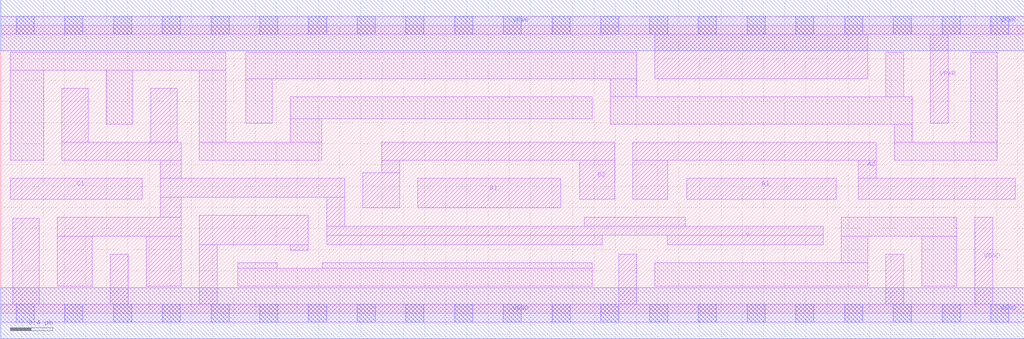
<source format=lef>
# Copyright 2020 The SkyWater PDK Authors
#
# Licensed under the Apache License, Version 2.0 (the "License");
# you may not use this file except in compliance with the License.
# You may obtain a copy of the License at
#
#     https://www.apache.org/licenses/LICENSE-2.0
#
# Unless required by applicable law or agreed to in writing, software
# distributed under the License is distributed on an "AS IS" BASIS,
# WITHOUT WARRANTIES OR CONDITIONS OF ANY KIND, either express or implied.
# See the License for the specific language governing permissions and
# limitations under the License.
#
# SPDX-License-Identifier: Apache-2.0

VERSION 5.7 ;
  NAMESCASESENSITIVE ON ;
  NOWIREEXTENSIONATPIN ON ;
  DIVIDERCHAR "/" ;
  BUSBITCHARS "[]" ;
UNITS
  DATABASE MICRONS 200 ;
END UNITS
MACRO sky130_fd_sc_hd__a221oi_4
  CLASS CORE ;
  SOURCE USER ;
  FOREIGN sky130_fd_sc_hd__a221oi_4 ;
  ORIGIN  0.000000  0.000000 ;
  SIZE  9.660000 BY  2.720000 ;
  SYMMETRY X Y R90 ;
  SITE unithd ;
  PIN A1
    ANTENNAGATEAREA  0.990000 ;
    DIRECTION INPUT ;
    USE SIGNAL ;
    PORT
      LAYER li1 ;
        RECT 6.475000 1.075000 7.885000 1.275000 ;
    END
  END A1
  PIN A2
    ANTENNAGATEAREA  0.990000 ;
    DIRECTION INPUT ;
    USE SIGNAL ;
    PORT
      LAYER li1 ;
        RECT 5.965000 1.075000 6.295000 1.445000 ;
        RECT 5.965000 1.445000 8.265000 1.615000 ;
        RECT 8.095000 1.075000 9.575000 1.275000 ;
        RECT 8.095000 1.275000 8.265000 1.445000 ;
    END
  END A2
  PIN B1
    ANTENNAGATEAREA  0.990000 ;
    DIRECTION INPUT ;
    USE SIGNAL ;
    PORT
      LAYER li1 ;
        RECT 3.935000 0.995000 5.285000 1.275000 ;
    END
  END B1
  PIN B2
    ANTENNAGATEAREA  0.990000 ;
    DIRECTION INPUT ;
    USE SIGNAL ;
    PORT
      LAYER li1 ;
        RECT 3.415000 0.995000 3.765000 1.325000 ;
        RECT 3.595000 1.325000 3.765000 1.445000 ;
        RECT 3.595000 1.445000 5.795000 1.615000 ;
        RECT 5.465000 1.075000 5.795000 1.445000 ;
    END
  END B2
  PIN C1
    ANTENNAGATEAREA  0.990000 ;
    DIRECTION INPUT ;
    USE SIGNAL ;
    PORT
      LAYER li1 ;
        RECT 0.090000 1.075000 1.335000 1.275000 ;
    END
  END C1
  PIN Y
    ANTENNADIFFAREA  1.593000 ;
    DIRECTION OUTPUT ;
    USE SIGNAL ;
    PORT
      LAYER li1 ;
        RECT 0.535000 0.255000 0.865000 0.725000 ;
        RECT 0.535000 0.725000 1.705000 0.905000 ;
        RECT 0.575000 1.445000 1.705000 1.615000 ;
        RECT 0.575000 1.615000 0.825000 2.125000 ;
        RECT 1.375000 0.255000 1.705000 0.725000 ;
        RECT 1.415000 1.615000 1.665000 2.125000 ;
        RECT 1.505000 0.905000 1.705000 1.095000 ;
        RECT 1.505000 1.095000 3.245000 1.275000 ;
        RECT 1.505000 1.275000 1.705000 1.445000 ;
        RECT 3.075000 0.645000 5.680000 0.735000 ;
        RECT 3.075000 0.735000 7.765000 0.820000 ;
        RECT 3.075000 0.820000 3.245000 1.095000 ;
        RECT 5.510000 0.820000 6.460000 0.905000 ;
        RECT 6.290000 0.645000 7.765000 0.735000 ;
    END
  END Y
  PIN VGND
    DIRECTION INOUT ;
    SHAPE ABUTMENT ;
    USE GROUND ;
    PORT
      LAYER li1 ;
        RECT 0.000000 -0.085000 9.660000 0.085000 ;
        RECT 0.115000  0.085000 0.365000 0.895000 ;
        RECT 1.035000  0.085000 1.205000 0.555000 ;
        RECT 1.875000  0.085000 2.045000 0.645000 ;
        RECT 1.875000  0.645000 2.905000 0.925000 ;
        RECT 2.735000  0.595000 2.905000 0.645000 ;
        RECT 5.835000  0.085000 6.005000 0.555000 ;
        RECT 8.355000  0.085000 8.525000 0.555000 ;
        RECT 9.195000  0.085000 9.365000 0.905000 ;
      LAYER mcon ;
        RECT 0.145000 -0.085000 0.315000 0.085000 ;
        RECT 0.605000 -0.085000 0.775000 0.085000 ;
        RECT 1.065000 -0.085000 1.235000 0.085000 ;
        RECT 1.525000 -0.085000 1.695000 0.085000 ;
        RECT 1.985000 -0.085000 2.155000 0.085000 ;
        RECT 2.445000 -0.085000 2.615000 0.085000 ;
        RECT 2.905000 -0.085000 3.075000 0.085000 ;
        RECT 3.365000 -0.085000 3.535000 0.085000 ;
        RECT 3.825000 -0.085000 3.995000 0.085000 ;
        RECT 4.285000 -0.085000 4.455000 0.085000 ;
        RECT 4.745000 -0.085000 4.915000 0.085000 ;
        RECT 5.205000 -0.085000 5.375000 0.085000 ;
        RECT 5.665000 -0.085000 5.835000 0.085000 ;
        RECT 6.125000 -0.085000 6.295000 0.085000 ;
        RECT 6.585000 -0.085000 6.755000 0.085000 ;
        RECT 7.045000 -0.085000 7.215000 0.085000 ;
        RECT 7.505000 -0.085000 7.675000 0.085000 ;
        RECT 7.965000 -0.085000 8.135000 0.085000 ;
        RECT 8.425000 -0.085000 8.595000 0.085000 ;
        RECT 8.885000 -0.085000 9.055000 0.085000 ;
        RECT 9.345000 -0.085000 9.515000 0.085000 ;
      LAYER met1 ;
        RECT 0.000000 -0.240000 9.660000 0.240000 ;
    END
  END VGND
  PIN VPWR
    DIRECTION INOUT ;
    SHAPE ABUTMENT ;
    USE POWER ;
    PORT
      LAYER li1 ;
        RECT 0.000000 2.635000 9.660000 2.805000 ;
        RECT 6.175000 2.215000 8.185000 2.635000 ;
        RECT 8.775000 1.795000 8.945000 2.635000 ;
      LAYER mcon ;
        RECT 0.145000 2.635000 0.315000 2.805000 ;
        RECT 0.605000 2.635000 0.775000 2.805000 ;
        RECT 1.065000 2.635000 1.235000 2.805000 ;
        RECT 1.525000 2.635000 1.695000 2.805000 ;
        RECT 1.985000 2.635000 2.155000 2.805000 ;
        RECT 2.445000 2.635000 2.615000 2.805000 ;
        RECT 2.905000 2.635000 3.075000 2.805000 ;
        RECT 3.365000 2.635000 3.535000 2.805000 ;
        RECT 3.825000 2.635000 3.995000 2.805000 ;
        RECT 4.285000 2.635000 4.455000 2.805000 ;
        RECT 4.745000 2.635000 4.915000 2.805000 ;
        RECT 5.205000 2.635000 5.375000 2.805000 ;
        RECT 5.665000 2.635000 5.835000 2.805000 ;
        RECT 6.125000 2.635000 6.295000 2.805000 ;
        RECT 6.585000 2.635000 6.755000 2.805000 ;
        RECT 7.045000 2.635000 7.215000 2.805000 ;
        RECT 7.505000 2.635000 7.675000 2.805000 ;
        RECT 7.965000 2.635000 8.135000 2.805000 ;
        RECT 8.425000 2.635000 8.595000 2.805000 ;
        RECT 8.885000 2.635000 9.055000 2.805000 ;
        RECT 9.345000 2.635000 9.515000 2.805000 ;
      LAYER met1 ;
        RECT 0.000000 2.480000 9.660000 2.960000 ;
    END
  END VPWR
  OBS
    LAYER li1 ;
      RECT 0.090000 1.445000 0.405000 2.295000 ;
      RECT 0.090000 2.295000 2.125000 2.465000 ;
      RECT 0.995000 1.785000 1.245000 2.295000 ;
      RECT 1.875000 1.445000 3.030000 1.615000 ;
      RECT 1.875000 1.615000 2.125000 2.295000 ;
      RECT 2.235000 0.255000 5.585000 0.425000 ;
      RECT 2.235000 0.425000 2.610000 0.475000 ;
      RECT 2.315000 1.795000 2.565000 2.215000 ;
      RECT 2.315000 2.215000 6.005000 2.465000 ;
      RECT 2.735000 1.615000 3.030000 1.835000 ;
      RECT 2.735000 1.835000 5.585000 2.045000 ;
      RECT 3.035000 0.425000 5.585000 0.475000 ;
      RECT 5.755000 1.785000 8.605000 2.045000 ;
      RECT 5.755000 2.045000 6.005000 2.215000 ;
      RECT 6.175000 0.255000 8.185000 0.475000 ;
      RECT 7.935000 0.475000 8.185000 0.725000 ;
      RECT 7.935000 0.725000 9.025000 0.905000 ;
      RECT 8.355000 2.045000 8.525000 2.465000 ;
      RECT 8.435000 1.445000 9.405000 1.615000 ;
      RECT 8.435000 1.615000 8.605000 1.785000 ;
      RECT 8.695000 0.255000 9.025000 0.725000 ;
      RECT 9.155000 1.615000 9.405000 2.465000 ;
  END
END sky130_fd_sc_hd__a221oi_4

</source>
